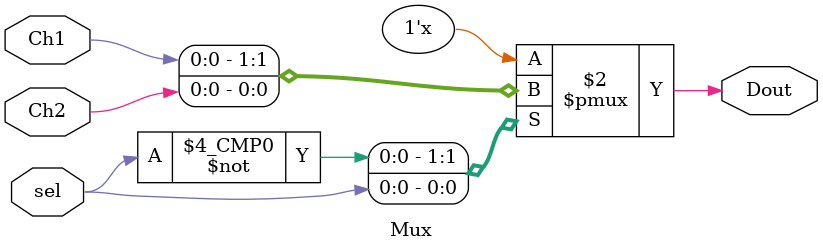
<source format=v>
`timescale 1ns / 1ps
module Mux(
    input sel,
    input Ch1,
    input Ch2,
    output reg Dout
    );

always@ (*)begin
case(sel)
1'b0: Dout=Ch1;
1'b1: Dout=Ch2;
endcase
end
endmodule

</source>
